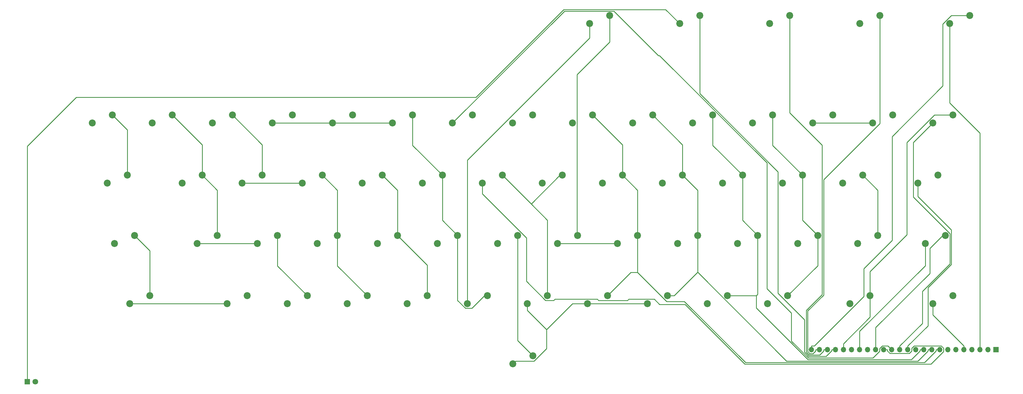
<source format=gbr>
%TF.GenerationSoftware,KiCad,Pcbnew,(5.1.9)-1*%
%TF.CreationDate,2021-05-03T00:03:20-07:00*%
%TF.ProjectId,Atari130MX,41746172-6931-4333-904d-582e6b696361,rev?*%
%TF.SameCoordinates,Original*%
%TF.FileFunction,Copper,L2,Bot*%
%TF.FilePolarity,Positive*%
%FSLAX46Y46*%
G04 Gerber Fmt 4.6, Leading zero omitted, Abs format (unit mm)*
G04 Created by KiCad (PCBNEW (5.1.9)-1) date 2021-05-03 00:03:20*
%MOMM*%
%LPD*%
G01*
G04 APERTURE LIST*
%TA.AperFunction,ComponentPad*%
%ADD10O,1.700000X1.700000*%
%TD*%
%TA.AperFunction,ComponentPad*%
%ADD11R,1.700000X1.700000*%
%TD*%
%TA.AperFunction,ComponentPad*%
%ADD12C,1.800000*%
%TD*%
%TA.AperFunction,ComponentPad*%
%ADD13R,1.800000X1.800000*%
%TD*%
%TA.AperFunction,ComponentPad*%
%ADD14C,2.200000*%
%TD*%
%TA.AperFunction,Conductor*%
%ADD15C,0.250000*%
%TD*%
G04 APERTURE END LIST*
D10*
%TO.P,J1,24*%
%TO.N,Net-(J1-Pad24)*%
X277560000Y-133350000D03*
%TO.P,J1,23*%
%TO.N,Net-(J1-Pad23)*%
X280100000Y-133350000D03*
%TO.P,J1,22*%
%TO.N,Net-(J1-Pad22)*%
X282640000Y-133350000D03*
%TO.P,J1,21*%
%TO.N,Net-(J1-Pad21)*%
X285180000Y-133350000D03*
%TO.P,J1,20*%
%TO.N,Net-(J1-Pad20)*%
X287720000Y-133350000D03*
%TO.P,J1,19*%
%TO.N,Net-(J1-Pad19)*%
X290260000Y-133350000D03*
%TO.P,J1,18*%
%TO.N,Net-(J1-Pad18)*%
X292800000Y-133350000D03*
%TO.P,J1,17*%
%TO.N,Net-(J1-Pad17)*%
X295340000Y-133350000D03*
%TO.P,J1,16*%
%TO.N,Net-(J1-Pad16)*%
X297880000Y-133350000D03*
%TO.P,J1,15*%
%TO.N,Net-(J1-Pad15)*%
X300420000Y-133350000D03*
%TO.P,J1,14*%
%TO.N,Net-(J1-Pad14)*%
X302960000Y-133350000D03*
%TO.P,J1,13*%
%TO.N,Net-(J1-Pad13)*%
X305500000Y-133350000D03*
%TO.P,J1,12*%
%TO.N,Net-(J1-Pad12)*%
X308040000Y-133350000D03*
%TO.P,J1,11*%
%TO.N,Net-(J1-Pad11)*%
X310580000Y-133350000D03*
%TO.P,J1,10*%
%TO.N,Net-(J1-Pad10)*%
X313120000Y-133350000D03*
%TO.P,J1,9*%
%TO.N,Net-(J1-Pad9)*%
X315660000Y-133350000D03*
%TO.P,J1,8*%
%TO.N,Net-(J1-Pad8)*%
X318200000Y-133350000D03*
%TO.P,J1,7*%
%TO.N,Net-(J1-Pad7)*%
X320740000Y-133350000D03*
%TO.P,J1,6*%
%TO.N,Net-(J1-Pad6)*%
X323280000Y-133350000D03*
%TO.P,J1,5*%
%TO.N,Net-(J1-Pad5)*%
X325820000Y-133350000D03*
%TO.P,J1,4*%
%TO.N,Net-(J1-Pad4)*%
X328360000Y-133350000D03*
%TO.P,J1,3*%
%TO.N,Net-(D1-Pad1)*%
X330900000Y-133350000D03*
%TO.P,J1,2*%
%TO.N,Net-(D1-Pad2)*%
X333440000Y-133350000D03*
D11*
%TO.P,J1,1*%
%TO.N,Net-(J1-Pad1)*%
X335980000Y-133350000D03*
%TD*%
D12*
%TO.P,D1,2*%
%TO.N,Net-(D1-Pad2)*%
X31900000Y-143510000D03*
D13*
%TO.P,D1,1*%
%TO.N,Net-(D1-Pad1)*%
X29360000Y-143510000D03*
%TD*%
D14*
%TO.P,SWZ1,2*%
%TO.N,Net-(J1-Pad6)*%
X92650000Y-118790000D03*
%TO.P,SWZ1,1*%
%TO.N,Net-(J1-Pad17)*%
X99000000Y-116250000D03*
%TD*%
%TO.P,SWY1,2*%
%TO.N,Net-(J1-Pad15)*%
X173410000Y-80620000D03*
%TO.P,SWY1,1*%
%TO.N,Net-(J1-Pad19)*%
X179760000Y-78080000D03*
%TD*%
%TO.P,SWX1,2*%
%TO.N,Net-(J1-Pad6)*%
X111650000Y-118790000D03*
%TO.P,SWX1,1*%
%TO.N,Net-(J1-Pad11)*%
X118000000Y-116250000D03*
%TD*%
%TO.P,SWW1,2*%
%TO.N,Net-(J1-Pad15)*%
X97410000Y-80620000D03*
%TO.P,SWW1,1*%
%TO.N,Net-(J1-Pad11)*%
X103760000Y-78080000D03*
%TD*%
%TO.P,SWV1,2*%
%TO.N,Net-(J1-Pad6)*%
X149650000Y-118790000D03*
%TO.P,SWV1,1*%
%TO.N,Net-(J1-Pad9)*%
X156000000Y-116250000D03*
%TD*%
%TO.P,SWU1,2*%
%TO.N,Net-(J1-Pad12)*%
X192410000Y-80620000D03*
%TO.P,SWU1,1*%
%TO.N,Net-(J1-Pad19)*%
X198760000Y-78080000D03*
%TD*%
%TO.P,SWTab1,2*%
%TO.N,Net-(J1-Pad15)*%
X54710000Y-80620000D03*
%TO.P,SWTab1,1*%
%TO.N,Net-(J1-Pad16)*%
X61060000Y-78080000D03*
%TD*%
%TO.P,SWT1,2*%
%TO.N,Net-(J1-Pad15)*%
X154410000Y-80620000D03*
%TO.P,SWT1,1*%
%TO.N,Net-(J1-Pad8)*%
X160760000Y-78080000D03*
%TD*%
%TO.P,SWStart1,1*%
%TO.N,Net-(J1-Pad21)*%
X242200000Y-27530000D03*
%TO.P,SWStart1,2*%
%TO.N,Net-(D1-Pad1)*%
X235850000Y-30070000D03*
%TD*%
%TO.P,SWStar1,2*%
%TO.N,Net-(J1-Pad7)*%
X292190000Y-99690000D03*
%TO.P,SWStar1,1*%
%TO.N,Net-(J1-Pad17)*%
X298540000Y-97150000D03*
%TD*%
%TO.P,SWSpc1,2*%
%TO.N,Net-(J1-Pad5)*%
X183050000Y-137840000D03*
%TO.P,SWSpc1,1*%
%TO.N,Net-(J1-Pad4)*%
X189400000Y-135300000D03*
%TD*%
%TO.P,SWSlash1,2*%
%TO.N,Net-(J1-Pad5)*%
X263650000Y-118790000D03*
%TO.P,SWSlash1,1*%
%TO.N,Net-(J1-Pad11)*%
X270000000Y-116250000D03*
%TD*%
%TO.P,SWSemi1,2*%
%TO.N,Net-(J1-Pad7)*%
X254190000Y-99690000D03*
%TO.P,SWSemi1,1*%
%TO.N,Net-(J1-Pad10)*%
X260540000Y-97150000D03*
%TD*%
%TO.P,SWSelect1,1*%
%TO.N,Net-(J1-Pad22)*%
X270700000Y-27530000D03*
%TO.P,SWSelect1,2*%
%TO.N,Net-(D1-Pad1)*%
X264350000Y-30070000D03*
%TD*%
%TO.P,SWS1,2*%
%TO.N,Net-(J1-Pad18)*%
X102190000Y-99690000D03*
%TO.P,SWS1,1*%
%TO.N,Net-(J1-Pad11)*%
X108540000Y-97150000D03*
%TD*%
%TO.P,SWRightSft1,2*%
%TO.N,Net-(J1-Pad6)*%
X289775000Y-118790000D03*
%TO.P,SWRightSft1,1*%
%TO.N,Net-(J1-Pad20)*%
X296125000Y-116250000D03*
%TD*%
%TO.P,SWRet1,2*%
%TO.N,Net-(J1-Pad12)*%
X311210000Y-80620000D03*
%TO.P,SWRet1,1*%
%TO.N,Net-(J1-Pad16)*%
X317560000Y-78080000D03*
%TD*%
%TO.P,SWReset1,1*%
%TO.N,Net-(J1-Pad24)*%
X327700000Y-27530000D03*
%TO.P,SWReset1,2*%
%TO.N,Net-(D1-Pad1)*%
X321350000Y-30070000D03*
%TD*%
%TO.P,SWR1,2*%
%TO.N,Net-(J1-Pad15)*%
X135410000Y-80620000D03*
%TO.P,SWR1,1*%
%TO.N,Net-(J1-Pad9)*%
X141760000Y-78080000D03*
%TD*%
%TO.P,SWQ1,2*%
%TO.N,Net-(J1-Pad15)*%
X78410000Y-80620000D03*
%TO.P,SWQ1,1*%
%TO.N,Net-(J1-Pad17)*%
X84760000Y-78080000D03*
%TD*%
%TO.P,SWPlus1,2*%
%TO.N,Net-(J1-Pad7)*%
X273190000Y-99690000D03*
%TO.P,SWPlus1,1*%
%TO.N,Net-(J1-Pad11)*%
X279540000Y-97150000D03*
%TD*%
%TO.P,SWPeriod1,2*%
%TO.N,Net-(J1-Pad5)*%
X244650000Y-118790000D03*
%TO.P,SWPeriod1,1*%
%TO.N,Net-(J1-Pad10)*%
X251000000Y-116250000D03*
%TD*%
%TO.P,SWP1,2*%
%TO.N,Net-(J1-Pad12)*%
X249410000Y-80620000D03*
%TO.P,SWP1,1*%
%TO.N,Net-(J1-Pad10)*%
X255760000Y-78080000D03*
%TD*%
%TO.P,SWOption1,1*%
%TO.N,Net-(J1-Pad23)*%
X299200000Y-27530000D03*
%TO.P,SWOption1,2*%
%TO.N,Net-(D1-Pad1)*%
X292850000Y-30070000D03*
%TD*%
%TO.P,SWO1,2*%
%TO.N,Net-(J1-Pad12)*%
X230410000Y-80620000D03*
%TO.P,SWO1,1*%
%TO.N,Net-(J1-Pad9)*%
X236760000Y-78080000D03*
%TD*%
%TO.P,SWN1,2*%
%TO.N,Net-(J1-Pad5)*%
X187650000Y-118790000D03*
%TO.P,SWN1,1*%
%TO.N,Net-(J1-Pad19)*%
X194000000Y-116250000D03*
%TD*%
%TO.P,SWM1,2*%
%TO.N,Net-(J1-Pad5)*%
X206650000Y-118790000D03*
%TO.P,SWM1,1*%
%TO.N,Net-(J1-Pad8)*%
X213000000Y-116250000D03*
%TD*%
%TO.P,SWLT1,2*%
%TO.N,Net-(J1-Pad13)*%
X258950000Y-61520000D03*
%TO.P,SWLT1,1*%
%TO.N,Net-(J1-Pad11)*%
X265300000Y-58980000D03*
%TD*%
%TO.P,SWLeftSft1,2*%
%TO.N,Net-(J1-Pad6)*%
X61800000Y-118790000D03*
%TO.P,SWLeftSft1,1*%
%TO.N,Net-(J1-Pad20)*%
X68150000Y-116250000D03*
%TD*%
%TO.P,SWL1,2*%
%TO.N,Net-(J1-Pad7)*%
X235190000Y-99690000D03*
%TO.P,SWL1,1*%
%TO.N,Net-(J1-Pad9)*%
X241540000Y-97150000D03*
%TD*%
%TO.P,SWK1,2*%
%TO.N,Net-(J1-Pad7)*%
X216190000Y-99690000D03*
%TO.P,SWK1,1*%
%TO.N,Net-(J1-Pad8)*%
X222540000Y-97150000D03*
%TD*%
%TO.P,SWJ1,2*%
%TO.N,Net-(J1-Pad7)*%
X197190000Y-99690000D03*
%TO.P,SWJ1,1*%
%TO.N,Net-(J1-Pad4)*%
X203540000Y-97150000D03*
%TD*%
%TO.P,SWInv1,2*%
%TO.N,Net-(J1-Pad5)*%
X315950000Y-118790000D03*
%TO.P,SWInv1,1*%
%TO.N,Net-(J1-Pad17)*%
X322300000Y-116250000D03*
%TD*%
%TO.P,SWI1,2*%
%TO.N,Net-(J1-Pad12)*%
X211410000Y-80620000D03*
%TO.P,SWI1,1*%
%TO.N,Net-(J1-Pad8)*%
X217760000Y-78080000D03*
%TD*%
%TO.P,SWHlp1,1*%
%TO.N,Net-(J1-Pad4)*%
X213700000Y-27530000D03*
%TO.P,SWHlp1,2*%
%TO.N,Net-(J1-Pad6)*%
X207350000Y-30070000D03*
%TD*%
%TO.P,SWH1,2*%
%TO.N,Net-(J1-Pad18)*%
X178190000Y-99690000D03*
%TO.P,SWH1,1*%
%TO.N,Net-(J1-Pad4)*%
X184540000Y-97150000D03*
%TD*%
%TO.P,SWGT1,2*%
%TO.N,Net-(J1-Pad13)*%
X277950000Y-61520000D03*
%TO.P,SWGT1,1*%
%TO.N,Net-(J1-Pad17)*%
X284300000Y-58980000D03*
%TD*%
%TO.P,SWG1,2*%
%TO.N,Net-(J1-Pad18)*%
X159190000Y-99690000D03*
%TO.P,SWG1,1*%
%TO.N,Net-(J1-Pad8)*%
X165540000Y-97150000D03*
%TD*%
%TO.P,SWF1,2*%
%TO.N,Net-(J1-Pad18)*%
X140190000Y-99690000D03*
%TO.P,SWF1,1*%
%TO.N,Net-(J1-Pad9)*%
X146540000Y-97150000D03*
%TD*%
%TO.P,SWEsc1,2*%
%TO.N,Net-(J1-Pad14)*%
X49950000Y-61520000D03*
%TO.P,SWEsc1,1*%
%TO.N,Net-(J1-Pad16)*%
X56300000Y-58980000D03*
%TD*%
%TO.P,SWEqual1,2*%
%TO.N,Net-(J1-Pad12)*%
X287410000Y-80620000D03*
%TO.P,SWEqual1,1*%
%TO.N,Net-(J1-Pad17)*%
X293760000Y-78080000D03*
%TD*%
%TO.P,SWE1,2*%
%TO.N,Net-(J1-Pad15)*%
X116410000Y-80620000D03*
%TO.P,SWE1,1*%
%TO.N,Net-(J1-Pad10)*%
X122760000Y-78080000D03*
%TD*%
%TO.P,SWDel1,2*%
%TO.N,Net-(J1-Pad13)*%
X296950000Y-61520000D03*
%TO.P,SWDel1,1*%
%TO.N,Net-(J1-Pad16)*%
X303300000Y-58980000D03*
%TD*%
%TO.P,SWDash1,2*%
%TO.N,Net-(J1-Pad12)*%
X268410000Y-80620000D03*
%TO.P,SWDash1,1*%
%TO.N,Net-(J1-Pad11)*%
X274760000Y-78080000D03*
%TD*%
%TO.P,SWD1,2*%
%TO.N,Net-(J1-Pad18)*%
X121190000Y-99690000D03*
%TO.P,SWD1,1*%
%TO.N,Net-(J1-Pad10)*%
X127540000Y-97150000D03*
%TD*%
%TO.P,SWCtl1,2*%
%TO.N,Net-(J1-Pad7)*%
X56990000Y-99690000D03*
%TO.P,SWCtl1,1*%
%TO.N,Net-(J1-Pad20)*%
X63340000Y-97150000D03*
%TD*%
%TO.P,SWCps1,2*%
%TO.N,Net-(J1-Pad18)*%
X313590000Y-99690000D03*
%TO.P,SWCps1,1*%
%TO.N,Net-(J1-Pad16)*%
X319940000Y-97150000D03*
%TD*%
%TO.P,SWComma1,2*%
%TO.N,Net-(J1-Pad5)*%
X225650000Y-118790000D03*
%TO.P,SWComma1,1*%
%TO.N,Net-(J1-Pad9)*%
X232000000Y-116250000D03*
%TD*%
%TO.P,SWC1,2*%
%TO.N,Net-(J1-Pad6)*%
X130650000Y-118790000D03*
%TO.P,SWC1,1*%
%TO.N,Net-(J1-Pad10)*%
X137000000Y-116250000D03*
%TD*%
%TO.P,SWBrk1,2*%
%TO.N,Net-(J1-Pad13)*%
X315950000Y-61520000D03*
%TO.P,SWBrk1,1*%
%TO.N,Net-(J1-Pad20)*%
X322300000Y-58980000D03*
%TD*%
%TO.P,SWB1,2*%
%TO.N,Net-(J1-Pad6)*%
X168650000Y-118790000D03*
%TO.P,SWB1,1*%
%TO.N,Net-(J1-Pad8)*%
X175000000Y-116250000D03*
%TD*%
%TO.P,SWA1,2*%
%TO.N,Net-(J1-Pad18)*%
X83190000Y-99690000D03*
%TO.P,SWA1,1*%
%TO.N,Net-(J1-Pad17)*%
X89540000Y-97150000D03*
%TD*%
%TO.P,SW9,2*%
%TO.N,Net-(J1-Pad13)*%
X220950000Y-61520000D03*
%TO.P,SW9,1*%
%TO.N,Net-(J1-Pad9)*%
X227300000Y-58980000D03*
%TD*%
%TO.P,SW8,2*%
%TO.N,Net-(J1-Pad13)*%
X201950000Y-61520000D03*
%TO.P,SW8,1*%
%TO.N,Net-(J1-Pad8)*%
X208300000Y-58980000D03*
%TD*%
%TO.P,SW7,2*%
%TO.N,Net-(J1-Pad13)*%
X182950000Y-61520000D03*
%TO.P,SW7,1*%
%TO.N,Net-(J1-Pad19)*%
X189300000Y-58980000D03*
%TD*%
%TO.P,SW6,2*%
%TO.N,Net-(J1-Pad14)*%
X163950000Y-61520000D03*
%TO.P,SW6,1*%
%TO.N,Net-(J1-Pad19)*%
X170300000Y-58980000D03*
%TD*%
%TO.P,SW5,2*%
%TO.N,Net-(J1-Pad14)*%
X144950000Y-61520000D03*
%TO.P,SW5,1*%
%TO.N,Net-(J1-Pad8)*%
X151300000Y-58980000D03*
%TD*%
%TO.P,SW4,2*%
%TO.N,Net-(J1-Pad14)*%
X125950000Y-61520000D03*
%TO.P,SW4,1*%
%TO.N,Net-(J1-Pad9)*%
X132300000Y-58980000D03*
%TD*%
%TO.P,SW3,2*%
%TO.N,Net-(J1-Pad14)*%
X106950000Y-61520000D03*
%TO.P,SW3,1*%
%TO.N,Net-(J1-Pad10)*%
X113300000Y-58980000D03*
%TD*%
%TO.P,SW2,2*%
%TO.N,Net-(J1-Pad14)*%
X87950000Y-61520000D03*
%TO.P,SW2,1*%
%TO.N,Net-(J1-Pad11)*%
X94300000Y-58980000D03*
%TD*%
%TO.P,SW1,2*%
%TO.N,Net-(J1-Pad14)*%
X68950000Y-61520000D03*
%TO.P,SW1,1*%
%TO.N,Net-(J1-Pad17)*%
X75300000Y-58980000D03*
%TD*%
%TO.P,SW0,2*%
%TO.N,Net-(J1-Pad13)*%
X239950000Y-61520000D03*
%TO.P,SW0,1*%
%TO.N,Net-(J1-Pad10)*%
X246300000Y-58980000D03*
%TD*%
D15*
%TO.N,Net-(D1-Pad1)*%
X321350000Y-30070000D02*
X321350000Y-55222000D01*
X321350000Y-55222000D02*
X330900000Y-64772000D01*
X330900000Y-64772000D02*
X330900000Y-133350000D01*
X29360000Y-143510000D02*
X29360000Y-68920000D01*
X29360000Y-68920000D02*
X44840000Y-53440000D01*
X199179000Y-25654590D02*
X231434590Y-25654590D01*
X171393590Y-53440000D02*
X199179000Y-25654590D01*
X231434590Y-25654590D02*
X235850000Y-30070000D01*
X44840000Y-53440000D02*
X171393590Y-53440000D01*
%TO.N,Net-(J1-Pad24)*%
X277560000Y-133350000D02*
X277560000Y-132174700D01*
X277560000Y-132174700D02*
X278441500Y-132174700D01*
X278441500Y-132174700D02*
X294111100Y-116505100D01*
X294111100Y-116505100D02*
X294111100Y-107649900D01*
X294111100Y-107649900D02*
X303085400Y-98675600D01*
X303085400Y-98675600D02*
X303085400Y-65843900D01*
X303085400Y-65843900D02*
X319142000Y-49787300D01*
X319142000Y-49787300D02*
X319142000Y-30215600D01*
X319142000Y-30215600D02*
X321827600Y-27530000D01*
X321827600Y-27530000D02*
X327700000Y-27530000D01*
%TO.N,Net-(J1-Pad23)*%
X280100000Y-133350000D02*
X278924700Y-133350000D01*
X278924700Y-133350000D02*
X278924700Y-133717300D01*
X278924700Y-133717300D02*
X278078100Y-134563900D01*
X278078100Y-134563900D02*
X277075700Y-134563900D01*
X277075700Y-134563900D02*
X276384600Y-133872800D01*
X276384600Y-133872800D02*
X276384600Y-121074100D01*
X276384600Y-121074100D02*
X281415700Y-116043000D01*
X281415700Y-116043000D02*
X281415700Y-79499400D01*
X281415700Y-79499400D02*
X299200000Y-61715100D01*
X299200000Y-61715100D02*
X299200000Y-27530000D01*
%TO.N,Net-(J1-Pad22)*%
X282640000Y-133350000D02*
X281464700Y-133350000D01*
X281464700Y-133350000D02*
X281464700Y-133717300D01*
X281464700Y-133717300D02*
X280167700Y-135014300D01*
X280167700Y-135014300D02*
X276889200Y-135014300D01*
X276889200Y-135014300D02*
X275934200Y-134059300D01*
X275934200Y-134059300D02*
X275934200Y-120887600D01*
X275934200Y-120887600D02*
X280965300Y-115856500D01*
X280965300Y-115856500D02*
X280965300Y-68572100D01*
X280965300Y-68572100D02*
X270700000Y-58306800D01*
X270700000Y-58306800D02*
X270700000Y-27530000D01*
%TO.N,Net-(J1-Pad21)*%
X284004700Y-133350000D02*
X284004700Y-133668000D01*
X284004700Y-133668000D02*
X282208000Y-135464700D01*
X282208000Y-135464700D02*
X276702700Y-135464700D01*
X276702700Y-135464700D02*
X275338700Y-134100700D01*
X275338700Y-134100700D02*
X275338700Y-123858100D01*
X275338700Y-123858100D02*
X266984600Y-115504000D01*
X266984600Y-115504000D02*
X266984600Y-77011800D01*
X266984600Y-77011800D02*
X242200000Y-52227200D01*
X242200000Y-52227200D02*
X242200000Y-27530000D01*
X285180000Y-133350000D02*
X284004700Y-133350000D01*
%TO.N,Net-(J1-Pad20)*%
X287720000Y-133350000D02*
X287720000Y-131439500D01*
X287720000Y-131439500D02*
X296125000Y-123034500D01*
X296125000Y-123034500D02*
X296125000Y-116250000D01*
X296125000Y-116250000D02*
X296125000Y-108586600D01*
X296125000Y-108586600D02*
X307750300Y-96961300D01*
X307750300Y-96961300D02*
X307750300Y-67693000D01*
X307750300Y-67693000D02*
X316463300Y-58980000D01*
X316463300Y-58980000D02*
X322300000Y-58980000D01*
X68150000Y-116250000D02*
X68150000Y-101960000D01*
X68150000Y-101960000D02*
X63340000Y-97150000D01*
%TO.N,Net-(J1-Pad19)*%
X188866300Y-87186200D02*
X179760000Y-78080000D01*
X194000000Y-116250000D02*
X194000000Y-92320000D01*
X194000000Y-92320000D02*
X188866300Y-87186200D01*
X198760000Y-78080000D02*
X197972500Y-78080000D01*
X197972500Y-78080000D02*
X188866300Y-87186200D01*
%TO.N,Net-(J1-Pad18)*%
X102190000Y-99690000D02*
X83190000Y-99690000D01*
X292800000Y-133350000D02*
X292800000Y-127501600D01*
X292800000Y-127501600D02*
X313590000Y-106711600D01*
X313590000Y-106711600D02*
X313590000Y-99690000D01*
%TO.N,Net-(J1-Pad17)*%
X75300000Y-58980000D02*
X84760000Y-68440000D01*
X84760000Y-68440000D02*
X84760000Y-78080000D01*
X84760000Y-78080000D02*
X89540000Y-82860000D01*
X89540000Y-82860000D02*
X89540000Y-97150000D01*
X293760000Y-78080000D02*
X298540000Y-82860000D01*
X298540000Y-82860000D02*
X298540000Y-97150000D01*
%TO.N,Net-(J1-Pad16)*%
X297880000Y-133350000D02*
X297880000Y-126305700D01*
X297880000Y-126305700D02*
X315015400Y-109170300D01*
X315015400Y-109170300D02*
X315015400Y-101260800D01*
X315015400Y-101260800D02*
X319126200Y-97150000D01*
X319126200Y-97150000D02*
X319940000Y-97150000D01*
X61060000Y-78080000D02*
X61060000Y-63740000D01*
X61060000Y-63740000D02*
X56300000Y-58980000D01*
%TO.N,Net-(J1-Pad15)*%
X173410000Y-80620000D02*
X173410000Y-84004200D01*
X173410000Y-84004200D02*
X187344700Y-97938900D01*
X187344700Y-97938900D02*
X187344700Y-111659000D01*
X187344700Y-111659000D02*
X193402400Y-117716700D01*
X193402400Y-117716700D02*
X196026700Y-117716700D01*
X196026700Y-117716700D02*
X196387300Y-117356100D01*
X196387300Y-117356100D02*
X209808700Y-117356100D01*
X209808700Y-117356100D02*
X210175800Y-117723200D01*
X210175800Y-117723200D02*
X219347200Y-117723200D01*
X219347200Y-117723200D02*
X219705800Y-117364600D01*
X219705800Y-117364600D02*
X227834400Y-117364600D01*
X227834400Y-117364600D02*
X229474400Y-119004600D01*
X229474400Y-119004600D02*
X237548500Y-119004600D01*
X237548500Y-119004600D02*
X256445700Y-137901800D01*
X256445700Y-137901800D02*
X315409000Y-137901800D01*
X315409000Y-137901800D02*
X319380100Y-133930700D01*
X319380100Y-133930700D02*
X319380100Y-132861000D01*
X319380100Y-132861000D02*
X318644200Y-132125100D01*
X318644200Y-132125100D02*
X310088600Y-132125100D01*
X310088600Y-132125100D02*
X309310000Y-132903700D01*
X309310000Y-132903700D02*
X309310000Y-133744300D01*
X309310000Y-133744300D02*
X308528600Y-134525700D01*
X308528600Y-134525700D02*
X302403700Y-134525700D01*
X302403700Y-134525700D02*
X301595300Y-133717300D01*
X301595300Y-133717300D02*
X301595300Y-133350000D01*
X300420000Y-133350000D02*
X301595300Y-133350000D01*
X116410000Y-80620000D02*
X97410000Y-80620000D01*
%TO.N,Net-(J1-Pad14)*%
X163950000Y-61520000D02*
X199365400Y-26104600D01*
X199365400Y-26104600D02*
X215025200Y-26104600D01*
X215025200Y-26104600D02*
X229077600Y-40157000D01*
X229077600Y-40157000D02*
X229492800Y-40157000D01*
X229492800Y-40157000D02*
X263488300Y-74152500D01*
X263488300Y-74152500D02*
X263488300Y-114016100D01*
X263488300Y-114016100D02*
X271187400Y-121715200D01*
X271187400Y-121715200D02*
X271187400Y-130586300D01*
X271187400Y-130586300D02*
X276572300Y-135971200D01*
X276572300Y-135971200D02*
X297015700Y-135971200D01*
X297015700Y-135971200D02*
X299150000Y-133836900D01*
X299150000Y-133836900D02*
X299150000Y-132951600D01*
X299150000Y-132951600D02*
X299951700Y-132149900D01*
X299951700Y-132149900D02*
X301759900Y-132149900D01*
X301759900Y-132149900D02*
X302960000Y-133350000D01*
X144950000Y-61520000D02*
X125950000Y-61520000D01*
X125950000Y-61520000D02*
X106950000Y-61520000D01*
%TO.N,Net-(J1-Pad13)*%
X305500000Y-133350000D02*
X305500000Y-132174700D01*
X305500000Y-132174700D02*
X312685000Y-124989700D01*
X312685000Y-124989700D02*
X312685000Y-114844100D01*
X312685000Y-114844100D02*
X321371300Y-106157800D01*
X321371300Y-106157800D02*
X321371300Y-96565500D01*
X321371300Y-96565500D02*
X309782100Y-84976300D01*
X309782100Y-84976300D02*
X309782100Y-67687900D01*
X309782100Y-67687900D02*
X315950000Y-61520000D01*
X296950000Y-61520000D02*
X277950000Y-61520000D01*
%TO.N,Net-(J1-Pad12)*%
X308040000Y-132174700D02*
X314464100Y-125750600D01*
X314464100Y-125750600D02*
X314464100Y-113701900D01*
X314464100Y-113701900D02*
X321821700Y-106344300D01*
X321821700Y-106344300D02*
X321821700Y-95408400D01*
X321821700Y-95408400D02*
X311210000Y-84796700D01*
X311210000Y-84796700D02*
X311210000Y-80620000D01*
X308040000Y-133350000D02*
X308040000Y-132174700D01*
%TO.N,Net-(J1-Pad11)*%
X279540000Y-97150000D02*
X279540000Y-106710000D01*
X279540000Y-106710000D02*
X270000000Y-116250000D01*
X279540000Y-97150000D02*
X274760000Y-92370000D01*
X274760000Y-92370000D02*
X274760000Y-78080000D01*
X274760000Y-78080000D02*
X265300000Y-68620000D01*
X265300000Y-68620000D02*
X265300000Y-58980000D01*
X103760000Y-78080000D02*
X103760000Y-68440000D01*
X103760000Y-68440000D02*
X94300000Y-58980000D01*
X108540000Y-97150000D02*
X108540000Y-106790000D01*
X108540000Y-106790000D02*
X118000000Y-116250000D01*
%TO.N,Net-(J1-Pad10)*%
X260100100Y-116250000D02*
X260100100Y-120135900D01*
X260100100Y-120135900D02*
X276422700Y-136458500D01*
X276422700Y-136458500D02*
X309203500Y-136458500D01*
X309203500Y-136458500D02*
X311944700Y-133717300D01*
X311944700Y-133717300D02*
X311944700Y-133350000D01*
X260100100Y-116250000D02*
X260540000Y-115810100D01*
X260540000Y-115810100D02*
X260540000Y-97150000D01*
X260100100Y-116250000D02*
X251000000Y-116250000D01*
X313120000Y-133350000D02*
X311944700Y-133350000D01*
X260540000Y-97150000D02*
X255760000Y-92370000D01*
X255760000Y-92370000D02*
X255760000Y-78080000D01*
X255760000Y-78080000D02*
X246300000Y-68620000D01*
X246300000Y-68620000D02*
X246300000Y-58980000D01*
X127540000Y-97150000D02*
X127540000Y-82860000D01*
X127540000Y-82860000D02*
X122760000Y-78080000D01*
X127540000Y-97150000D02*
X127540000Y-106790000D01*
X127540000Y-106790000D02*
X137000000Y-116250000D01*
%TO.N,Net-(J1-Pad9)*%
X241540000Y-108805800D02*
X269667400Y-136933200D01*
X269667400Y-136933200D02*
X311268800Y-136933200D01*
X311268800Y-136933200D02*
X314484700Y-133717300D01*
X314484700Y-133717300D02*
X314484700Y-133350000D01*
X315660000Y-133350000D02*
X314484700Y-133350000D01*
X241540000Y-108805800D02*
X234095800Y-116250000D01*
X234095800Y-116250000D02*
X232000000Y-116250000D01*
X241540000Y-97150000D02*
X241540000Y-108805800D01*
X236760000Y-78080000D02*
X241540000Y-82860000D01*
X241540000Y-82860000D02*
X241540000Y-97150000D01*
X227300000Y-58980000D02*
X236760000Y-68440000D01*
X236760000Y-68440000D02*
X236760000Y-78080000D01*
X146540000Y-97150000D02*
X156000000Y-106610000D01*
X156000000Y-106610000D02*
X156000000Y-116250000D01*
X141760000Y-78080000D02*
X146540000Y-82860000D01*
X146540000Y-82860000D02*
X146540000Y-97150000D01*
%TO.N,Net-(J1-Pad8)*%
X222540000Y-108828200D02*
X231760700Y-118048900D01*
X231760700Y-118048900D02*
X237361500Y-118048900D01*
X237361500Y-118048900D02*
X256716400Y-137403800D01*
X256716400Y-137403800D02*
X313338200Y-137403800D01*
X313338200Y-137403800D02*
X317024700Y-133717300D01*
X317024700Y-133717300D02*
X317024700Y-133350000D01*
X318200000Y-133350000D02*
X317024700Y-133350000D01*
X222540000Y-108828200D02*
X222540000Y-97150000D01*
X213000000Y-116250000D02*
X220421800Y-108828200D01*
X220421800Y-108828200D02*
X222540000Y-108828200D01*
X175000000Y-116250000D02*
X174100000Y-116250000D01*
X174100000Y-116250000D02*
X170122900Y-120227100D01*
X170122900Y-120227100D02*
X168043900Y-120227100D01*
X168043900Y-120227100D02*
X165540000Y-117723200D01*
X165540000Y-117723200D02*
X165540000Y-97150000D01*
X165540000Y-97150000D02*
X160760000Y-92370000D01*
X160760000Y-92370000D02*
X160760000Y-78080000D01*
X151300000Y-58980000D02*
X151300000Y-68620000D01*
X151300000Y-68620000D02*
X160760000Y-78080000D01*
X208300000Y-58980000D02*
X217760000Y-68440000D01*
X217760000Y-68440000D02*
X217760000Y-78080000D01*
X222540000Y-97150000D02*
X222540000Y-82860000D01*
X222540000Y-82860000D02*
X217760000Y-78080000D01*
%TO.N,Net-(J1-Pad7)*%
X216190000Y-99690000D02*
X197190000Y-99690000D01*
%TO.N,Net-(J1-Pad6)*%
X168650000Y-118790000D02*
X168650000Y-73339000D01*
X168650000Y-73339000D02*
X207350000Y-34639000D01*
X207350000Y-34639000D02*
X207350000Y-30070000D01*
X92650000Y-118790000D02*
X61800000Y-118790000D01*
%TO.N,Net-(J1-Pad5)*%
X325820000Y-133350000D02*
X325820000Y-132174700D01*
X325820000Y-132174700D02*
X315950000Y-122304700D01*
X315950000Y-122304700D02*
X315950000Y-118790000D01*
X225650000Y-118790000D02*
X206650000Y-118790000D01*
X193739100Y-126971000D02*
X193739100Y-132979700D01*
X193739100Y-132979700D02*
X189779400Y-136939400D01*
X189779400Y-136939400D02*
X183950600Y-136939400D01*
X183950600Y-136939400D02*
X183050000Y-137840000D01*
X206650000Y-118790000D02*
X201920100Y-118790000D01*
X201920100Y-118790000D02*
X193739100Y-126971000D01*
X187650000Y-118790000D02*
X187650000Y-120881900D01*
X187650000Y-120881900D02*
X193739100Y-126971000D01*
%TO.N,Net-(J1-Pad4)*%
X189400000Y-135300000D02*
X184540000Y-130440000D01*
X184540000Y-130440000D02*
X184540000Y-97150000D01*
X203540000Y-97150000D02*
X203375400Y-96985400D01*
X203375400Y-96985400D02*
X203375400Y-46172500D01*
X203375400Y-46172500D02*
X213700000Y-35847900D01*
X213700000Y-35847900D02*
X213700000Y-27530000D01*
%TD*%
M02*

</source>
